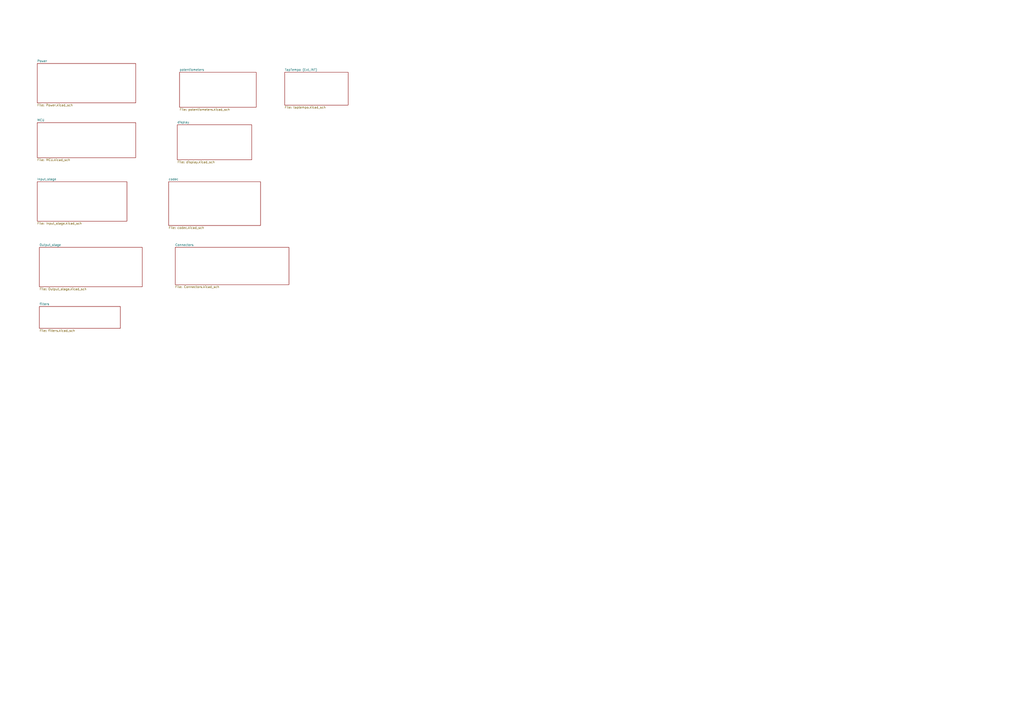
<source format=kicad_sch>
(kicad_sch (version 20230121) (generator eeschema)

  (uuid 6997cf63-2615-4e49-9471-e7da1b6bae71)

  (paper "A2")

  (lib_symbols
  )


  (sheet (at 21.59 36.83) (size 57.15 22.86) (fields_autoplaced)
    (stroke (width 0.1524) (type solid))
    (fill (color 0 0 0 0.0000))
    (uuid 2eb2ee8f-ab98-4666-97f0-bfacb073bc88)
    (property "Sheetname" "Power" (at 21.59 36.1184 0)
      (effects (font (size 1.27 1.27)) (justify left bottom))
    )
    (property "Sheetfile" "Power.kicad_sch" (at 21.59 60.2746 0)
      (effects (font (size 1.27 1.27)) (justify left top))
    )
    (property "Field2" "" (at 21.59 36.83 0)
      (effects (font (size 1.27 1.27)) hide)
    )
    (instances
      (project "stm_audio_board_V2"
        (path "/6997cf63-2615-4e49-9471-e7da1b6bae71" (page "2"))
      )
    )
  )

  (sheet (at 21.59 71.12) (size 57.15 20.32) (fields_autoplaced)
    (stroke (width 0.1524) (type solid))
    (fill (color 0 0 0 0.0000))
    (uuid 51aec99e-3301-49b6-8e7f-31ba63a05d64)
    (property "Sheetname" "MCU" (at 21.59 70.4084 0)
      (effects (font (size 1.27 1.27)) (justify left bottom))
    )
    (property "Sheetfile" "MCU.kicad_sch" (at 21.59 92.0246 0)
      (effects (font (size 1.27 1.27)) (justify left top))
    )
    (property "Field2" "" (at 21.59 71.12 0)
      (effects (font (size 1.27 1.27)) hide)
    )
    (instances
      (project "stm_audio_board_V2"
        (path "/6997cf63-2615-4e49-9471-e7da1b6bae71" (page "3"))
      )
    )
  )

  (sheet (at 101.6 143.51) (size 66.04 21.59) (fields_autoplaced)
    (stroke (width 0.1524) (type solid))
    (fill (color 0 0 0 0.0000))
    (uuid 6424856c-1346-4018-a943-0d16008c9545)
    (property "Sheetname" "Connectors" (at 101.6 142.7984 0)
      (effects (font (size 1.27 1.27)) (justify left bottom))
    )
    (property "Sheetfile" "Connectors.kicad_sch" (at 101.6 165.6846 0)
      (effects (font (size 1.27 1.27)) (justify left top))
    )
    (instances
      (project "stm_audio_board_V2"
        (path "/6997cf63-2615-4e49-9471-e7da1b6bae71" (page "8"))
      )
    )
  )

  (sheet (at 22.86 143.51) (size 59.69 22.86) (fields_autoplaced)
    (stroke (width 0.1524) (type solid))
    (fill (color 0 0 0 0.0000))
    (uuid 83920463-7bb1-4088-aad8-702bcdea14ea)
    (property "Sheetname" "Output_stage" (at 22.86 142.7984 0)
      (effects (font (size 1.27 1.27)) (justify left bottom))
    )
    (property "Sheetfile" "Output_stage.kicad_sch" (at 22.86 166.9546 0)
      (effects (font (size 1.27 1.27)) (justify left top))
    )
    (instances
      (project "stm_audio_board_V2"
        (path "/6997cf63-2615-4e49-9471-e7da1b6bae71" (page "5"))
      )
    )
  )

  (sheet (at 97.79 105.41) (size 53.34 25.4) (fields_autoplaced)
    (stroke (width 0.1524) (type solid))
    (fill (color 0 0 0 0.0000))
    (uuid 8744407a-1e34-4228-b7c6-9fdc39f322d4)
    (property "Sheetname" "codec" (at 97.79 104.6984 0)
      (effects (font (size 1.27 1.27)) (justify left bottom))
    )
    (property "Sheetfile" "codec.kicad_sch" (at 97.79 131.3946 0)
      (effects (font (size 1.27 1.27)) (justify left top))
    )
    (instances
      (project "stm_audio_board_V2"
        (path "/6997cf63-2615-4e49-9471-e7da1b6bae71" (page "10"))
      )
    )
  )

  (sheet (at 22.86 177.8) (size 46.99 12.7) (fields_autoplaced)
    (stroke (width 0.1524) (type solid))
    (fill (color 0 0 0 0.0000))
    (uuid 927539c8-c0d0-4950-9b67-385a1cdd80f8)
    (property "Sheetname" "filters" (at 22.86 177.0884 0)
      (effects (font (size 1.27 1.27)) (justify left bottom))
    )
    (property "Sheetfile" "filters.kicad_sch" (at 22.86 191.0846 0)
      (effects (font (size 1.27 1.27)) (justify left top))
    )
    (property "Field2" "" (at 22.86 177.8 0)
      (effects (font (size 1.27 1.27)) hide)
    )
    (instances
      (project "stm_audio_board_V2"
        (path "/6997cf63-2615-4e49-9471-e7da1b6bae71" (page "9"))
      )
    )
  )

  (sheet (at 102.87 72.39) (size 43.18 20.32) (fields_autoplaced)
    (stroke (width 0.1524) (type solid))
    (fill (color 0 0 0 0.0000))
    (uuid 9c772890-0bf9-441d-95c7-005162ad7e52)
    (property "Sheetname" "display" (at 102.87 71.6784 0)
      (effects (font (size 1.27 1.27)) (justify left bottom))
    )
    (property "Sheetfile" "display.kicad_sch" (at 102.87 93.2946 0)
      (effects (font (size 1.27 1.27)) (justify left top))
    )
    (instances
      (project "stm_audio_board_V2"
        (path "/6997cf63-2615-4e49-9471-e7da1b6bae71" (page "7"))
      )
    )
  )

  (sheet (at 165.1 41.91) (size 36.83 19.05) (fields_autoplaced)
    (stroke (width 0.1524) (type solid))
    (fill (color 0 0 0 0.0000))
    (uuid b200a1dd-4cf8-4022-8ce8-05ae44769d44)
    (property "Sheetname" "TapTempo (Ext_INT)" (at 165.1 41.1984 0)
      (effects (font (size 1.27 1.27)) (justify left bottom))
    )
    (property "Sheetfile" "taptempo.kicad_sch" (at 165.1 61.5446 0)
      (effects (font (size 1.27 1.27)) (justify left top))
    )
    (property "Field2" "" (at 165.1 41.91 0)
      (effects (font (size 1.27 1.27)) hide)
    )
    (property "Field3" "" (at 165.1 41.91 0)
      (effects (font (size 1.27 1.27)) hide)
    )
    (instances
      (project "stm_audio_board_V2"
        (path "/6997cf63-2615-4e49-9471-e7da1b6bae71" (page "11"))
      )
    )
  )

  (sheet (at 21.59 105.41) (size 52.07 22.86) (fields_autoplaced)
    (stroke (width 0.1524) (type solid))
    (fill (color 0 0 0 0.0000))
    (uuid f20dc640-ad21-4977-8df1-611625087c69)
    (property "Sheetname" "Input_stage" (at 21.59 104.6984 0)
      (effects (font (size 1.27 1.27)) (justify left bottom))
    )
    (property "Sheetfile" "Input_stage.kicad_sch" (at 21.59 128.8546 0)
      (effects (font (size 1.27 1.27)) (justify left top))
    )
    (instances
      (project "stm_audio_board_V2"
        (path "/6997cf63-2615-4e49-9471-e7da1b6bae71" (page "4"))
      )
    )
  )

  (sheet (at 104.14 41.91) (size 44.45 20.32) (fields_autoplaced)
    (stroke (width 0.1524) (type solid))
    (fill (color 0 0 0 0.0000))
    (uuid f3a016e9-328b-49a9-9257-9482800e0ff5)
    (property "Sheetname" "potentiometers" (at 104.14 41.1984 0)
      (effects (font (size 1.27 1.27)) (justify left bottom))
    )
    (property "Sheetfile" "potentiometers.kicad_sch" (at 104.14 62.8146 0)
      (effects (font (size 1.27 1.27)) (justify left top))
    )
    (instances
      (project "stm_audio_board_V2"
        (path "/6997cf63-2615-4e49-9471-e7da1b6bae71" (page "6"))
      )
    )
  )

  (sheet_instances
    (path "/" (page "1"))
  )
)

</source>
